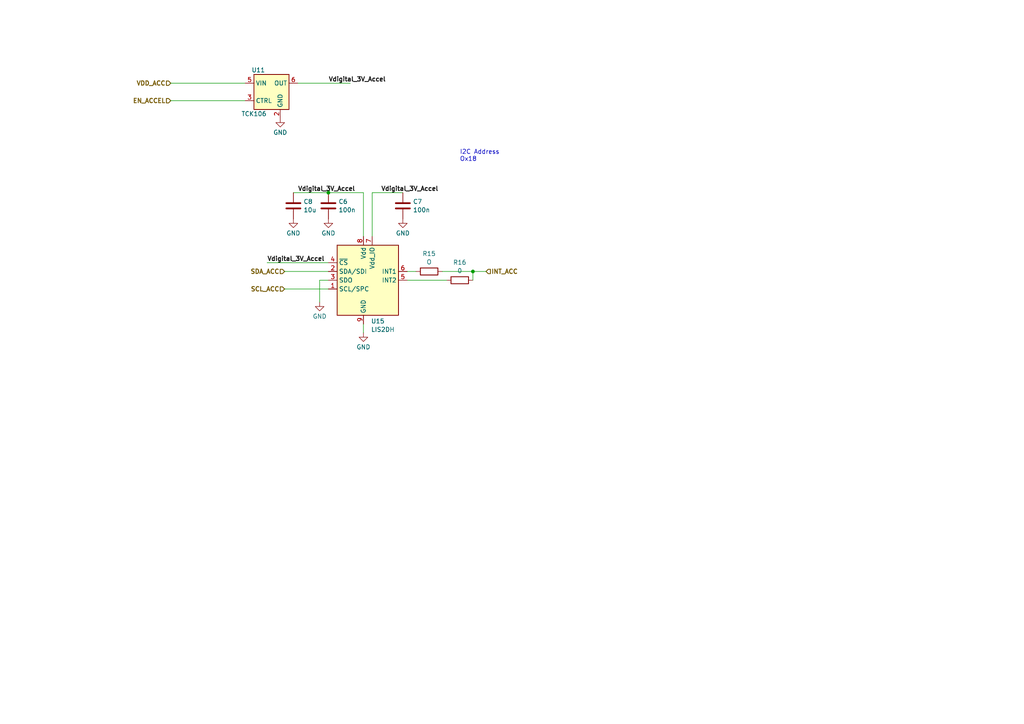
<source format=kicad_sch>
(kicad_sch (version 20230121) (generator eeschema)
  (paper "A4")
  (lib_symbols
    (symbol "Device:C" (pin_numbers hide) (pin_names (offset 0.254))
      (property "Reference" "C" (at 0.635 2.54 0))
      (property "Value" "C" (at 0.635 -2.54 0))
      (symbol "C_0_1"
        (polyline (pts (xy -2.032 -0.762) (xy 2.032 -0.762)) (stroke (width 0.508)))
        (polyline (pts (xy -2.032 0.762) (xy 2.032 0.762)) (stroke (width 0.508)))
      )
      (symbol "C_1_1"
        (pin passive line (at 0 3.81 270) (length 2.794) (name "~") (number "1"))
        (pin passive line (at 0 -3.81 90) (length 2.794) (name "~") (number "2"))
      )
    )
    (symbol "Device:R" (pin_numbers hide) (pin_names (offset 0))
      (property "Reference" "R" (at 2.032 0 90))
      (property "Value" "R" (at 0 0 90))
      (symbol "R_0_1"
        (rectangle (start -1.016 -2.54) (end 1.016 2.54) (stroke (width 0.254)))
      )
      (symbol "R_1_1"
        (pin passive line (at 0 3.81 270) (length 1.27) (name "~") (number "1"))
        (pin passive line (at 0 -3.81 90) (length 1.27) (name "~") (number "2"))
      )
    )
    (symbol "Power_Management:BTS5045-1EJA"
      (property "Reference" "U14" (at -3.81 6.35 0))
      (property "Value" "TCK106" (at -2.54 -6.35 0))
      (symbol "BTS5045-1EJA_0_1"
        (rectangle (start -5.08 5.08) (end 5.08 -5.08) (stroke (width 0.254)) (fill (type background)))
      )
      (symbol "BTS5045-1EJA_1_1"
        (pin power_in line (at 2.54 -7.62 90) (length 2.54) (name "GND") (number "2"))
        (pin output line (at -7.62 -2.54 0) (length 2.54) (name "CTRL") (number "3"))
        (pin input line (at -7.62 2.54 0) (length 2.54) (name "VIN") (number "5"))
        (pin power_out line (at 7.62 2.54 180) (length 2.54) (name "OUT") (number "6"))
      )
    )
    (symbol "Sensor_Motion:LIS2DH"
      (property "Reference" "U" (at -8.89 11.43 0))
      (property "Value" "LIS2DH" (at 3.81 11.43 0))
      (symbol "LIS2DH_0_1"
        (rectangle (start -7.62 10.16) (end 10.16 -10.16) (stroke (width 0.254)) (fill (type background)))
      )
      (symbol "LIS2DH_1_1"
        (pin input line (at -10.16 -2.54 0) (length 2.54) (name "SCL/SPC") (number "1"))
        (pin passive line (at 0 -12.7 90) (length 2.54) hide (name "GND") (number "10"))
        (pin passive line (at 0 -12.7 90) (length 2.54) hide (name "GND") (number "11"))
        (pin passive line (at 0 -12.7 90) (length 2.54) hide (name "GND") (number "12"))
        (pin passive line (at 0 -12.7 90) (length 2.54) hide (name "GND") (number "13"))
        (pin passive line (at 0 -12.7 90) (length 2.54) hide (name "GND") (number "14"))
        (pin bidirectional line (at -10.16 2.54 0) (length 2.54) (name "SDA/SDI") (number "2"))
        (pin output line (at -10.16 0 0) (length 2.54) (name "SDO") (number "3"))
        (pin input line (at -10.16 5.08 0) (length 2.54) (name "~{CS}") (number "4"))
        (pin output line (at 12.7 0 180) (length 2.54) (name "INT2") (number "5"))
        (pin output line (at 12.7 2.54 180) (length 2.54) (name "INT1") (number "6"))
        (pin power_in line (at 2.54 12.7 270) (length 2.54) (name "Vdd_IO") (number "7"))
        (pin power_in line (at 0 12.7 270) (length 2.54) (name "Vdd") (number "8"))
        (pin power_in line (at 0 -12.7 90) (length 2.54) (name "GND") (number "9"))
      )
    )
    (symbol "power:GND" (power) (pin_names (offset 0))
      (property "Value" "GND" (at 0 -3.81 0))
      (symbol "GND_0_1"
        (polyline (pts (xy 0 0) (xy 0 -1.27) (xy 1.27 -1.27) (xy 0 -2.54) (xy -1.27 -1.27) (xy 0 -1.27)))
      )
      (symbol "GND_1_1"
        (pin power_in line (at 0 0 270) (length 0) hide (name "GND") (number "1"))
      )
    )
  )
  (junction (at 137.16 78.74))
  (junction (at 95.25 55.88))
  (wire (pts (xy 105.41 55.88) (xy 105.41 68.58)))
  (wire (pts (xy 107.95 68.58) (xy 107.95 55.88)))
  (wire (pts (xy 105.41 93.98) (xy 105.41 96.52)))
  (wire (pts (xy 137.16 78.74) (xy 140.97 78.74)))
  (wire (pts (xy 49.53 24.13) (xy 71.12 24.13)))
  (wire (pts (xy 118.11 78.74) (xy 120.65 78.74)))
  (wire (pts (xy 85.09 55.88) (xy 95.25 55.88)))
  (wire (pts (xy 77.47 76.2) (xy 95.25 76.2)))
  (wire (pts (xy 86.36 24.13) (xy 101.6 24.13)))
  (wire (pts (xy 95.25 81.28) (xy 92.71 81.28)))
  (wire (pts (xy 137.16 78.74) (xy 137.16 81.28)))
  (wire (pts (xy 92.71 81.28) (xy 92.71 87.63)))
  (wire (pts (xy 128.27 78.74) (xy 137.16 78.74)))
  (wire (pts (xy 107.95 55.88) (xy 116.84 55.88)))
  (wire (pts (xy 95.25 55.88) (xy 105.41 55.88)))
  (wire (pts (xy 118.11 81.28) (xy 129.54 81.28)))
  (wire (pts (xy 49.53 29.21) (xy 71.12 29.21)))
  (wire (pts (xy 82.55 78.74) (xy 95.25 78.74)))
  (wire (pts (xy 82.55 83.82) (xy 95.25 83.82)))
  (text "I2C Address \nOx18" (at 133.35 46.99 0) (effects (font (size 1.27 1.27)) (justify left bottom)))
  (label "Vdigital_3V_Accel" (at 77.47 76.2 0) (effects (font bold)))
  (label "Vdigital_3V_Accel" (at 95.25 24.13 0) (effects (font bold)))
  (label "Vdigital_3V_Accel" (at 110.49 55.88 0) (effects (font bold)))
  (label "Vdigital_3V_Accel" (at 86.36 55.88 0) (effects (font bold)))
  (hierarchical_label "INT_ACC" (shape input) (at 140.97 78.74 0) (effects (font (thickness 0.254) bold)))
  (hierarchical_label "EN_ACCEL" (shape input) (at 49.53 29.21 180) (effects (font bold)))
  (hierarchical_label "VDD_ACC" (shape input) (at 49.53 24.13 180) (effects (font bold)))
  (hierarchical_label "SCL_ACC" (shape input) (at 82.55 83.82 180) (effects (font bold)))
  (hierarchical_label "SDA_ACC" (shape input) (at 82.55 78.74 180) (effects (font bold)))
  (symbol (lib_id "power:GND") (at 92.71 87.63 0) (unit 1)
    (property "Reference" "#PWR0133" (effects hide))
    (property "Value" "GND" (at 92.71 91.7631 0))
  )
  (symbol (lib_id "Device:R") (at 124.46 78.74 90) (unit 1)
    (property "Reference" "R15" (at 124.46 73.5797 90))
    (property "Value" "O" (at 124.46 76.0039 90))
    (property "Tolerance" "0.1%" (effects hide))
  )
  (symbol (lib_id "Sensor_Motion:LIS2DH") (at 105.41 81.28 0) (unit 1)
    (property "Reference" "U15" (at 107.6041 93.1601 0) (effects (justify left)))
    (property "Value" "LIS2DH" (at 107.6041 95.5843 0) (effects (justify left)))
    (property "Footprint" "Package_LGA:LGA-14_2x2mm_P0.35mm_LayoutBorder3x4y" (effects hide))
    (property "Datasheet" "http://www.st.com/web/en/resource/technical/document/datasheet/DM00042751.pdf" (effects hide))
  )
  (symbol (lib_id "power:GND") (at 95.25 63.5 0) (unit 1)
    (property "Reference" "#PWR020" (effects hide))
    (property "Value" "GND" (at 95.25 67.6331 0))
  )
  (symbol (lib_id "power:GND") (at 105.41 96.52 0) (unit 1)
    (property "Reference" "#PWR022" (effects hide))
    (property "Value" "GND" (at 105.41 100.6531 0))
  )
  (symbol (lib_id "Device:C") (at 85.09 59.69 0) (unit 1)
    (property "Reference" "C8" (at 88.011 58.4779 0) (effects (justify left)))
    (property "Value" "10u" (at 88.011 60.9021 0) (effects (justify left)))
  )
  (symbol (lib_id "Power_Management:BTS5045-1EJA") (at 78.74 26.67 0) (unit 1)
    (property "Reference" "U11" (at 74.93 20.32 0))
    (property "Value" "TCK106" (at 73.66 33.02 0))
    (property "Footprint" "Package_SO:Infineon_PG-DSO-8-43" (effects hide))
    (property "Datasheet" "http://www.infineon.com/dgdl/Infineon-BTS5045-1EJA-DS-v02_02-EN.pdf?fileId=5546d4625a888733015aa411125b1069" (effects hide))
  )
  (symbol (lib_id "Device:R") (at 133.35 81.28 90) (unit 1)
    (property "Reference" "R16" (at 133.35 76.1197 90))
    (property "Value" "0" (at 133.35 78.5439 90))
    (property "Tolerance" "0.1%" (effects hide))
  )
  (symbol (lib_id "Device:C") (at 116.84 59.69 0) (unit 1)
    (property "Reference" "C7" (at 119.761 58.4779 0) (effects (justify left)))
    (property "Value" "100n" (at 119.761 60.9021 0) (effects (justify left)))
  )
  (symbol (lib_id "power:GND") (at 116.84 63.5 0) (unit 1)
    (property "Reference" "#PWR021" (effects hide))
    (property "Value" "GND" (at 116.84 67.6331 0))
  )
  (symbol (lib_id "Device:C") (at 95.25 59.69 0) (unit 1)
    (property "Reference" "C6" (at 98.171 58.4779 0) (effects (justify left)))
    (property "Value" "100n" (at 98.171 60.9021 0) (effects (justify left)))
  )
  (symbol (lib_id "power:GND") (at 85.09 63.5 0) (unit 1)
    (property "Reference" "#PWR019" (effects hide))
    (property "Value" "GND" (at 85.09 67.6331 0))
  )
  (symbol (lib_id "power:GND") (at 81.28 34.29 0) (unit 1)
    (property "Reference" "#PWR018" (effects hide))
    (property "Value" "GND" (at 81.28 38.4231 0))
  )
)
</source>
